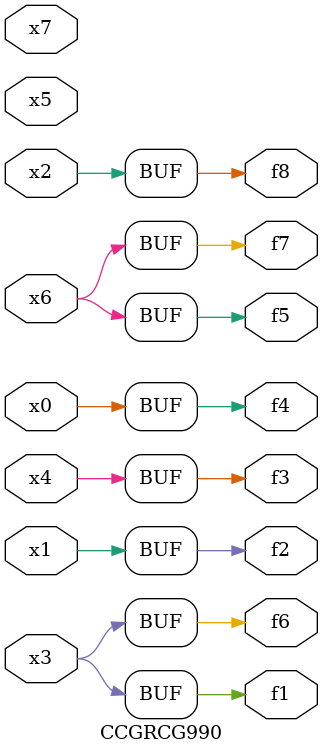
<source format=v>
module CCGRCG990(
	input x0, x1, x2, x3, x4, x5, x6, x7,
	output f1, f2, f3, f4, f5, f6, f7, f8
);
	assign f1 = x3;
	assign f2 = x1;
	assign f3 = x4;
	assign f4 = x0;
	assign f5 = x6;
	assign f6 = x3;
	assign f7 = x6;
	assign f8 = x2;
endmodule

</source>
